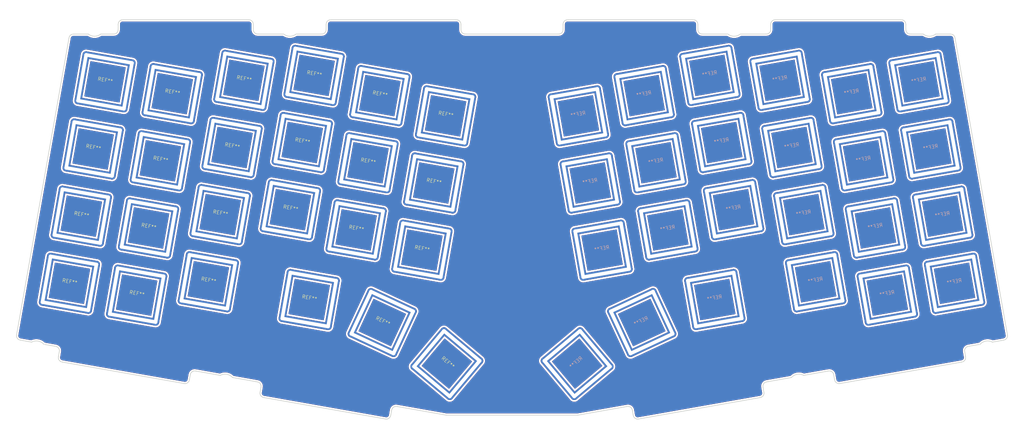
<source format=kicad_pcb>
(kicad_pcb (version 20221018) (generator pcbnew)
  (title_block (date "2023-11-27"))
  (layers (0 "F.Cu" signal) (31 "B.Cu" signal) (34 "B.Paste" user) (35 "F.Paste" user) (36 "B.SilkS" user "B.Silkscreen") (37 "F.SilkS" user "F.Silkscreen") (38 "B.Mask" user) (39 "F.Mask" user) (44 "Edge.Cuts" user))
  (net 0 "")
  (footprint "kbd:keyswitch_hole" (layer "F.Cu") (at -58.529508 30.294881 -10)
    (fp_text reference "REF**")
    (fp_text value "keyswitch_hole")
  )
  (footprint "kbd:keyswitch_hole" (layer "F.Cu") (at -18.181625 92.071352 -40)
    (fp_text reference "REF**")
    (fp_text value "keyswitch_hole")
  )
  (footprint "kbd:keyswitch_hole" (layer "F.Cu") (at -74.809097 12.916443 -10)
    (fp_text reference "REF**")
    (fp_text value "keyswitch_hole")
  )
  (footprint "kbd:keyswitch_hole" (layer "F.Cu") (at -25.14333 60.361612 -10)
    (fp_text reference "REF**")
    (fp_text value "keyswitch_hole")
  )
  (footprint "kbd:keyswitch_hole" (layer "F.Cu") (at -113.570772 13.335668 -10)
    (fp_text reference "REF**")
    (fp_text value "keyswitch_hole")
  )
  (footprint "kbd:keyswitch_hole" (layer "F.Cu") (at -21.835332 41.601024 -10)
    (fp_text reference "REF**")
    (fp_text value "keyswitch_hole")
  )
  (footprint "kbd:keyswitch_hole" (layer "F.Cu") (at -40.18242 35.947953 -10)
    (fp_text reference "REF**")
    (fp_text value "keyswitch_hole")
  )
  (footprint "kbd:keyswitch_hole" (layer "F.Cu") (at -36.874422 17.187365 -10)
    (fp_text reference "REF**")
    (fp_text value "keyswitch_hole")
  )
  (footprint "kbd:keyswitch_hole" (layer "F.Cu") (at -123.494765 69.617431 -10)
    (fp_text reference "REF**")
    (fp_text value "keyswitch_hole")
  )
  (footprint "kbd:keyswitch_hole" (layer "F.Cu") (at -116.878769 32.096255 -10)
    (fp_text reference "REF**")
    (fp_text value "keyswitch_hole")
  )
  (footprint "kbd:keyswitch_hole" (layer "F.Cu") (at -78.117095 31.677031 -10)
    (fp_text reference "REF**")
    (fp_text value "keyswitch_hole")
  )
  (footprint "kbd:keyswitch_hole" (layer "F.Cu") (at -18.527334 22.840436 -10)
    (fp_text reference "REF**")
    (fp_text value "keyswitch_hole")
  )
  (footprint "kbd:keyswitch_hole" (layer "F.Cu") (at -98.118182 35.404253 -10)
    (fp_text reference "REF**")
    (fp_text value "keyswitch_hole")
  )
  (footprint "kbd:keyswitch_hole" (layer "F.Cu") (at -61.837506 49.055469 -10)
    (fp_text reference "REF**")
    (fp_text value "keyswitch_hole")
  )
  (footprint "kbd:keyswitch_hole" (layer "F.Cu") (at -56.592209 74.160203 -10)
    (fp_text reference "REF**")
    (fp_text value "keyswitch_hole")
  )
  (footprint "kbd:keyswitch_hole" (layer "F.Cu") (at -104.734177 72.925429 -10)
    (fp_text reference "REF**")
    (fp_text value "keyswitch_hole")
  )
  (footprint "kbd:keyswitch_hole" (layer "F.Cu") (at -36.207893 80.587353 -25)
    (fp_text reference "REF**")
    (fp_text value "keyswitch_hole")
  )
  (footprint "kbd:keyswitch_hole" (layer "F.Cu") (at -43.490418 54.70854 -10)
    (fp_text reference "REF**")
    (fp_text value "keyswitch_hole")
  )
  (footprint "kbd:keyswitch_hole" (layer "F.Cu") (at -55.22151 11.534294 -10)
    (fp_text reference "REF**")
    (fp_text value "keyswitch_hole")
  )
  (footprint "kbd:keyswitch_hole" (layer "F.Cu") (at -94.810184 16.643666 -10)
    (fp_text reference "REF**")
    (fp_text value "keyswitch_hole")
  )
  (footprint "kbd:keyswitch_hole" (layer "F.Cu") (at -101.42618 54.164841 -10)
    (fp_text reference "REF**")
    (fp_text value "keyswitch_hole")
  )
  (footprint "kbd:keyswitch_hole" (layer "F.Cu") (at -84.733091 69.198206 -10)
    (fp_text reference "REF**")
    (fp_text value "keyswitch_hole")
  )
  (footprint "kbd:keyswitch_hole" (layer "F.Cu") (at -81.425093 50.437618 -10)
    (fp_text reference "REF**")
    (fp_text value "keyswitch_hole")
  )
  (footprint "kbd:keyswitch_hole" (layer "F.Cu") (at -120.186767 50.856843 -10)
    (fp_text reference "REF**")
    (fp_text value "keyswitch_hole")
  )
  (footprint "kbd:keyswitch_hole" (layer "B.Cu") (at 40.18242 35.947953 -170)
    (fp_text reference "REF**")
    (fp_text value "keyswitch_hole")
  )
  (footprint "kbd:keyswitch_hole" (layer "B.Cu") (at 74.809097 12.916443 -170)
    (fp_text reference "REF**")
    (fp_text value "keyswitch_hole")
  )
  (footprint "kbd:keyswitch_hole" (layer "B.Cu") (at 113.570772 13.335668 -170)
    (fp_text reference "REF**")
    (fp_text value "keyswitch_hole")
  )
  (footprint "kbd:keyswitch_hole" (layer "B.Cu") (at 120.186767 50.856843 -170)
    (fp_text reference "REF**")
    (fp_text value "keyswitch_hole")
  )
  (footprint "kbd:keyswitch_hole" (layer "B.Cu") (at 116.878769 32.096255 -170)
    (fp_text reference "REF**")
    (fp_text value "keyswitch_hole")
  )
  (footprint "kbd:keyswitch_hole" (layer "B.Cu") (at 18.181625 92.071352 -140)
    (fp_text reference "REF**")
    (fp_text value "keyswitch_hole")
  )
  (footprint "kbd:keyswitch_hole" (layer "B.Cu") (at 25.14333 60.361612 -170)
    (fp_text reference "REF**")
    (fp_text value "keyswitch_hole")
  )
  (footprint "kbd:keyswitch_hole" (layer "B.Cu") (at 101.42618 54.164841 -170)
    (fp_text reference "REF**")
    (fp_text value "keyswitch_hole")
  )
  (footprint "kbd:keyswitch_hole" (layer "B.Cu") (at 104.734177 72.925429 -170)
    (fp_text reference "REF**")
    (fp_text value "keyswitch_hole")
  )
  (footprint "kbd:keyswitch_hole" (layer "B.Cu") (at 18.527334 22.840436 -170)
    (fp_text reference "REF**")
    (fp_text value "keyswitch_hole")
  )
  (footprint "kbd:keyswitch_hole" (layer "B.Cu") (at 56.592209 74.160203 -170)
    (fp_text reference "REF**")
    (fp_text value "keyswitch_hole")
  )
  (footprint "kbd:keyswitch_hole" (layer "B.Cu") (at 78.117095 31.677031 -170)
    (fp_text reference "REF**")
    (fp_text value "keyswitch_hole")
  )
  (footprint "kbd:keyswitch_hole" (layer "B.Cu") (at 43.490418 54.70854 -170)
    (fp_text reference "REF**")
    (fp_text value "keyswitch_hole")
  )
  (footprint "kbd:keyswitch_hole" (layer "B.Cu") (at 36.207893 80.587353 -155)
    (fp_text reference "REF**")
    (fp_text value "keyswitch_hole")
  )
  (footprint "kbd:keyswitch_hole" (layer "B.Cu") (at 123.494765 69.617431 -170)
    (fp_text reference "REF**")
    (fp_text value "keyswitch_hole")
  )
  (footprint "kbd:keyswitch_hole" (layer "B.Cu") (at 58.529508 30.294881 -170)
    (fp_text reference "REF**")
    (fp_text value "keyswitch_hole")
  )
  (footprint "kbd:keyswitch_hole" (layer "B.Cu") (at 61.837506 49.055469 -170)
    (fp_text reference "REF**")
    (fp_text value "keyswitch_hole")
  )
  (footprint "kbd:keyswitch_hole" (layer "B.Cu") (at 55.22151 11.534294 -170)
    (fp_text reference "REF**")
    (fp_text value "keyswitch_hole")
  )
  (footprint "kbd:keyswitch_hole" (layer "B.Cu") (at 94.810184 16.643666 -170)
    (fp_text reference "REF**")
    (fp_text value "keyswitch_hole")
  )
  (footprint "kbd:keyswitch_hole" (layer "B.Cu") (at 36.874422 17.187365 -170)
    (fp_text reference "REF**")
    (fp_text value "keyswitch_hole")
  )
  (footprint "kbd:keyswitch_hole" (layer "B.Cu") (at 84.733091 69.198206 -170)
    (fp_text reference "REF**")
    (fp_text value "keyswitch_hole")
  )
  (footprint "kbd:keyswitch_hole" (layer "B.Cu") (at 98.118182 35.404253 -170)
    (fp_text reference "REF**")
    (fp_text value "keyswitch_hole")
  )
  (footprint "kbd:keyswitch_hole" (layer "B.Cu") (at 81.425093 50.437618 -170)
    (fp_text reference "REF**")
    (fp_text value "keyswitch_hole")
  )
  (footprint "kbd:keyswitch_hole" (layer "B.Cu") (at 21.835332 41.601024 -170)
    (fp_text reference "REF**")
    (fp_text value "keyswitch_hole")
  )
  (gr_curve (pts (xy 50.830636 -3.979715) (xy 50.701366 -4) (xy 50.578508 -4) (xy 50.459755 -4)) (stroke (width 0.2)) (layer "Edge.Cuts"))
  (gr_curve (pts (xy -90.453693 97.346031) (xy -90.567264 97.441481) (xy -90.713243 97.530498) (xy -90.883613 97.584035)) (stroke (width 0.2)) (layer "Edge.Cuts"))
  (gr_curve (pts (xy -88.725796 94.10454) (xy -88.880169 94.124557) (xy -89.025427 94.174556) (xy -89.165135 94.255069)) (stroke (width 0.2)) (layer "Edge.Cuts"))
  (gr_line (start 35.43949 107.500073) (end 69.131552 101.559253) (stroke (width 0.2)) (layer "Edge.Cuts"))
  (gr_curve (pts (xy -70.832697 97.218186) (xy -70.95648 97.175762) (xy -71.077471 97.154428) (xy -71.194421 97.133807)) (stroke (width 0.2)) (layer "Edge.Cuts"))
  (gr_curve (pts (xy 110.338318 -0.285579) (xy 110.224596 -0.380849) (xy 110.111583 -0.509153) (xy 110.029275 -0.667638)) (stroke (width 0.2)) (layer "Edge.Cuts"))
  (gr_curve (pts (xy -70.258819 100.682548) (xy -70.302831 100.542488) (xy -70.313662 100.41526) (xy -70.311602 100.306184)) (stroke (width 0.2)) (layer "Edge.Cuts"))
  (gr_curve (pts (xy -70.020815 101.112468) (xy -70.116265 100.998897) (xy -70.205282 100.852918) (xy -70.258819 100.682548)) (stroke (width 0.2)) (layer "Edge.Cuts"))
  (gr_line (start 109.891655 -1.4) (end 109.891655 -2.6) (stroke (width 0.2)) (layer "Edge.Cuts"))
  (gr_line (start -31.988075 104.046943) (end -18.328813 106.45544) (stroke (width 0.2)) (layer "Edge.Cuts"))
  (gr_line (start -72.197792 -1.4) (end -72.197792 -2.6) (stroke (width 0.2)) (layer "Edge.Cuts"))
  (gr_curve (pts (xy -138.214144 84.638484) (xy -138.258156 84.498424) (xy -138.268986 84.371195) (xy -138.266926 84.262119)) (stroke (width 0.2)) (layer "Edge.Cuts"))
  (gr_line (start -63.710211 0) (end -70.797792 0) (stroke (width 0.2)) (layer "Edge.Cuts"))
  (gr_curve (pts (xy 126.302839 91.188428) (xy 126.398289 91.074858) (xy 126.487306 90.928878) (xy 126.540843 90.758508)) (stroke (width 0.2)) (layer "Edge.Cuts"))
  (gr_curve (pts (xy 32.976516 104.162624) (xy 33.105137 104.236743) (xy 33.238723 104.343508) (xy 33.34729 104.485259)) (stroke (width 0.2)) (layer "Edge.Cuts"))
  (gr_line (start -18.328813 106.45544) (end 18.328813 106.45544) (stroke (width 0.2)) (layer "Edge.Cuts"))
  (gr_curve (pts (xy 33.81752 106.363703) (xy 33.846968 106.531242) (xy 33.878434 106.710263) (xy 33.972295 106.891681)) (stroke (width 0.2)) (layer "Edge.Cuts"))
  (gr_curve (pts (xy 109.606076 -3.553337) (xy 109.510805 -3.667058) (xy 109.382501 -3.780072) (xy 109.224016 -3.86238)) (stroke (width 0.2)) (layer "Edge.Cuts"))
  (gr_curve (pts (xy 126.779107 87.47247) (xy 126.895667 87.383209) (xy 127.011519 87.329517) (xy 127.114721 87.294147)) (stroke (width 0.2)) (layer "Edge.Cuts"))
  (gr_curve (pts (xy -72.644455 -3.714421) (xy -72.530734 -3.619151) (xy -72.41772 -3.490847) (xy -72.335412 -3.332362)) (stroke (width 0.2)) (layer "Edge.Cuts"))
  (gr_curve (pts (xy 90.883613 97.584035) (xy 91.023673 97.628047) (xy 91.150901 97.638877) (xy 91.259977 97.636817)) (stroke (width 0.2)) (layer "Edge.Cuts"))
  (gr_line (start -51.859755 -2.6) (end -51.859755 -1.4) (stroke (width 0.2)) (layer "Edge.Cuts"))
  (gr_curve (pts (xy -13.594229 -0.13762) (xy -13.463939 -0.069955) (xy -13.340524 -0.037197) (xy -13.232748 -0.020285)) (stroke (width 0.2)) (layer "Edge.Cuts"))
  (gr_arc (start -81.388461 95.336322) (mid -79.578551 95.046238) (end -77.976988 95.937857) (stroke (width 0.2)) (layer "Edge.Cuts"))
  (gr_curve (pts (xy -70.497083 97.396509) (xy -70.613643 97.307248) (xy -70.729494 97.253556) (xy -70.832697 97.218186)) (stroke (width 0.2)) (layer "Edge.Cuts"))
  (gr_line (start 12.861867 0) (end -12.861867 0) (stroke (width 0.2)) (layer "Edge.Cuts"))
  (gr_line (start -111.291655 0) (end -114.765747 0) (stroke (width 0.2)) (layer "Edge.Cuts"))
  (gr_line (start 122.255099 0) (end 118.229848 0) (stroke (width 0.2)) (layer "Edge.Cuts"))
  (gr_curve (pts (xy -51.997375 -0.667638) (xy -51.92971 -0.797928) (xy -51.896951 -0.921343) (xy -51.880039 -1.029119)) (stroke (width 0.2)) (layer "Edge.Cuts"))
  (gr_curve (pts (xy 51.798709 -3.146811) (xy 51.752189 -3.295363) (xy 51.677726 -3.429733) (xy 51.574176 -3.553337)) (stroke (width 0.2)) (layer "Edge.Cuts"))
  (gr_curve (pts (xy 88.176691 94.139374) (xy 88.344211 94.109836) (xy 88.523219 94.078272) (xy 88.725796 94.10454)) (stroke (width 0.2)) (layer "Edge.Cuts"))
  (gr_curve (pts (xy -109.911939 -1.029119) (xy -109.891655 -1.158389) (xy -109.891655 -1.281246) (xy -109.891655 -1.4)) (stroke (width 0.2)) (layer "Edge.Cuts"))
  (gr_curve (pts (xy 14.261867 -1.4) (xy 14.261867 -1.229896) (xy 14.261867 -1.048126) (xy 14.200822 -0.853189)) (stroke (width 0.2)) (layer "Edge.Cuts"))
  (gr_line (start 138.2225 83.893351) (end 123.63383 1.156893) (stroke (width 0.2)) (layer "Edge.Cuts"))
  (gr_line (start -126.340822 88.831606) (end -126.549199 90.013376) (stroke (width 0.2)) (layer "Edge.Cuts"))
  (gr_curve (pts (xy -14.399487 -3.332362) (xy -14.331823 -3.202072) (xy -14.299064 -3.078657) (xy -14.282152 -2.970881)) (stroke (width 0.2)) (layer "Edge.Cuts"))
  (gr_curve (pts (xy 51.880039 -1.029119) (xy 51.859755 -1.158389) (xy 51.859755 -1.281246) (xy 51.859755 -1.4)) (stroke (width 0.2)) (layer "Edge.Cuts"))
  (gr_line (start -90.006907 96.456768) (end -89.798529 95.274998) (stroke (width 0.2)) (layer "Edge.Cuts"))
  (gr_curve (pts (xy -33.34729 104.485259) (xy -33.436674 104.601964) (xy -33.490393 104.717945) (xy -33.525752 104.821219)) (stroke (width 0.2)) (layer "Edge.Cuts"))
  (gr_curve (pts (xy 15.115056 -3.938954) (xy 14.966504 -3.892435) (xy 14.832134 -3.817971) (xy 14.70853 -3.714421)) (stroke (width 0.2)) (layer "Edge.Cuts"))
  (gr_curve (pts (xy -14.282152 -2.970881) (xy -14.261867 -2.841611) (xy -14.261867 -2.718754) (xy -14.261867 -2.6)) (stroke (width 0.2)) (layer "Edge.Cuts"))
  (gr_curve (pts (xy 51.997375 -0.667638) (xy 51.92971 -0.797928) (xy 51.896951 -0.921343) (xy 51.880039 -1.029119)) (stroke (width 0.2)) (layer "Edge.Cuts"))
  (gr_curve (pts (xy -126.340822 88.831606) (xy -126.311283 88.664086) (xy -126.279719 88.485078) (xy -126.305987 88.282501)) (stroke (width 0.2)) (layer "Edge.Cuts"))
  (gr_curve (pts (xy 126.540843 90.758508) (xy 126.584855 90.618449) (xy 126.595686 90.49122) (xy 126.593626 90.382144)) (stroke (width 0.2)) (layer "Edge.Cuts"))
  (gr_curve (pts (xy -71.912213 -0.446663) (xy -71.816943 -0.332942) (xy -71.688639 -0.219928) (xy -71.530154 -0.13762)) (stroke (width 0.2)) (layer "Edge.Cuts"))
  (gr_curve (pts (xy -13.232748 -0.020285) (xy -13.103478 0) (xy -12.980621 0) (xy -12.861867 0)) (stroke (width 0.2)) (layer "Edge.Cuts"))
  (gr_curve (pts (xy 34.693671 107.491509) (xy 34.833884 107.535663) (xy 34.961238 107.546543) (xy 35.070378 107.544508)) (stroke (width 0.2)) (layer "Edge.Cuts"))
  (gr_curve (pts (xy -14.70853 -3.714421) (xy -14.594809 -3.619151) (xy -14.481795 -3.490847) (xy -14.399487 -3.332362)) (stroke (width 0.2)) (layer "Edge.Cuts"))
  (gr_curve (pts (xy 71.912213 -0.446663) (xy 71.816943 -0.332942) (xy 71.688639 -0.219928) (xy 71.530154 -0.13762)) (stroke (width 0.2)) (layer "Edge.Cuts"))
  (gr_curve (pts (xy -89.71415 94.913274) (xy -89.756574 95.037057) (xy -89.777908 95.158048) (xy -89.798529 95.274998)) (stroke (width 0.2)) (layer "Edge.Cuts"))
  (gr_arc (start -114.765747 0) (mid -116.497797 0.6) (end -118.229848 0) (stroke (width 0.2)) (layer "Edge.Cuts"))
  (gr_curve (pts (xy 123.184284 0.273102) (xy 123.084252 0.190916) (xy 122.951666 0.108086) (xy 122.780983 0.056743)) (stroke (width 0.2)) (layer "Edge.Cuts"))
  (gr_curve (pts (xy 70.023963 98.20654) (xy 70.04398 98.052167) (xy 70.093979 97.906909) (xy 70.174492 97.767201)) (stroke (width 0.2)) (layer "Edge.Cuts"))
  (gr_curve (pts (xy -111.291655 0) (xy -111.121551 0) (xy -110.939781 0) (xy -110.744843 -0.061046)) (stroke (width 0.2)) (layer "Edge.Cuts"))
  (gr_curve (pts (xy -126.456517 87.843162) (xy -126.530592 87.714625) (xy -126.637322 87.581048) (xy -126.779107 87.47247)) (stroke (width 0.2)) (layer "Edge.Cuts"))
  (gr_curve (pts (xy 33.525752 104.821219) (xy 33.568181 104.945136) (xy 33.589468 105.066248) (xy 33.610045 105.183314)) (stroke (width 0.2)) (layer "Edge.Cuts"))
  (gr_curve (pts (xy -32.537167 104.012102) (xy -32.691517 104.032112) (xy -32.836778 104.082098) (xy -32.976516 104.162624)) (stroke (width 0.2)) (layer "Edge.Cuts"))
  (gr_line (start 126.549199 90.013376) (end 126.340822 88.831606) (stroke (width 0.2)) (layer "Edge.Cuts"))
  (gr_curve (pts (xy -125.94148 91.480143) (xy -126.079697 91.408534) (xy -126.199094 91.311869) (xy -126.302839 91.188428)) (stroke (width 0.2)) (layer "Edge.Cuts"))
  (gr_curve (pts (xy -126.305987 88.282501) (xy -126.326004 88.128128) (xy -126.376004 87.982869) (xy -126.456517 87.843162)) (stroke (width 0.2)) (layer "Edge.Cuts"))
  (gr_curve (pts (xy 138.266926 84.262119) (xy 138.264455 84.131291) (xy 138.243121 84.0103) (xy 138.2225 83.893351)) (stroke (width 0.2)) (layer "Edge.Cuts"))
  (gr_curve (pts (xy 70.020815 101.112468) (xy 70.116265 100.998897) (xy 70.205282 100.852918) (xy 70.258819 100.682548)) (stroke (width 0.2)) (layer "Edge.Cuts"))
  (gr_curve (pts (xy -89.535827 94.57766) (xy -89.625088 94.69422) (xy -89.67878 94.810071) (xy -89.71415 94.913274)) (stroke (width 0.2)) (layer "Edge.Cuts"))
  (gr_curve (pts (xy -70.311602 100.306184) (xy -70.309131 100.175356) (xy -70.287797 100.054365) (xy -70.267175 99.937415)) (stroke (width 0.2)) (layer "Edge.Cuts"))
  (gr_line (start 114.765747 0) (end 111.291655 0) (stroke (width 0.2)) (layer "Edge.Cuts"))
  (gr_curve (pts (xy -122.780983 0.056743) (xy -122.592346 0) (xy -122.417317 0) (xy -122.255099 0)) (stroke (width 0.2)) (layer "Edge.Cuts"))
  (gr_curve (pts (xy -109.224016 -3.86238) (xy -109.093727 -3.930045) (xy -108.970312 -3.962803) (xy -108.862536 -3.979715)) (stroke (width 0.2)) (layer "Edge.Cuts"))
  (gr_curve (pts (xy 89.165135 94.255069) (xy 89.293672 94.329145) (xy 89.427249 94.435875) (xy 89.535827 94.57766)) (stroke (width 0.2)) (layer "Edge.Cuts"))
  (gr_curve (pts (xy -72.197792 -1.4) (xy -72.197792 -1.229896) (xy -72.197792 -1.048126) (xy -72.136746 -0.853189)) (stroke (width 0.2)) (layer "Edge.Cuts"))
  (gr_curve (pts (xy -51.574176 -3.553337) (xy -51.478905 -3.667058) (xy -51.350601 -3.780072) (xy -51.192116 -3.86238)) (stroke (width 0.2)) (layer "Edge.Cuts"))
  (gr_line (start -88.176691 94.139374) (end -81.388461 95.336322) (stroke (width 0.2)) (layer "Edge.Cuts"))
  (gr_curve (pts (xy -125.413576 91.635214) (xy -125.581095 91.605676) (xy -125.760104 91.574112) (xy -125.94148 91.480143)) (stroke (width 0.2)) (layer "Edge.Cuts"))
  (gr_curve (pts (xy -126.540843 90.758508) (xy -126.584855 90.618449) (xy -126.595686 90.49122) (xy -126.593626 90.382144)) (stroke (width 0.2)) (layer "Edge.Cuts"))
  (gr_curve (pts (xy 91.259977 97.636817) (xy 91.390805 97.634346) (xy 91.511796 97.613012) (xy 91.628746 97.592391)) (stroke (width 0.2)) (layer "Edge.Cuts"))
  (gr_curve (pts (xy -34.263809 107.25321) (xy -34.377397 107.348786) (xy -34.523364 107.437879) (xy -34.693671 107.491509)) (stroke (width 0.2)) (layer "Edge.Cuts"))
  (gr_curve (pts (xy 15.661867 -4) (xy 15.491763 -4) (xy 15.309994 -4) (xy 15.115056 -3.938954)) (stroke (width 0.2)) (layer "Edge.Cuts"))
  (gr_line (start 127.476445 87.209767) (end 130.642603 86.651488) (stroke (width 0.2)) (layer "Edge.Cuts"))
  (gr_curve (pts (xy 14.282152 -2.970881) (xy 14.261867 -2.841611) (xy 14.261867 -2.718754) (xy 14.261867 -2.6)) (stroke (width 0.2)) (layer "Edge.Cuts"))
  (gr_curve (pts (xy 123.63383 1.156893) (xy 123.604542 0.990791) (xy 123.572711 0.810267) (xy 123.47516 0.626688)) (stroke (width 0.2)) (layer "Edge.Cuts"))
  (gr_curve (pts (xy -33.525752 104.821219) (xy -33.568181 104.945136) (xy -33.589468 105.066248) (xy -33.610045 105.183314)) (stroke (width 0.2)) (layer "Edge.Cuts"))
  (gr_curve (pts (xy 70.174492 97.767201) (xy 70.248568 97.638664) (xy 70.355298 97.505087) (xy 70.497083 97.396509)) (stroke (width 0.2)) (layer "Edge.Cuts"))
  (gr_line (start -73.597792 -4) (end -108.491655 -4) (stroke (width 0.2)) (layer "Edge.Cuts"))
  (gr_curve (pts (xy 35.070378 107.544508) (xy 35.201335 107.542066) (xy 35.322436 107.520713) (xy 35.43949 107.500073)) (stroke (width 0.2)) (layer "Edge.Cuts"))
  (gr_curve (pts (xy -72.136746 -0.853189) (xy -72.090227 -0.704637) (xy -72.015763 -0.570267) (xy -71.912213 -0.446663)) (stroke (width 0.2)) (layer "Edge.Cuts"))
  (gr_curve (pts (xy -33.81752 106.363703) (xy -33.846968 106.531242) (xy -33.878434 106.710263) (xy -33.972295 106.891681)) (stroke (width 0.2)) (layer "Edge.Cuts"))
  (gr_line (start -15.661867 -4) (end -50.459755 -4) (stroke (width 0.2)) (layer "Edge.Cuts"))
  (gr_curve (pts (xy 122.780983 0.056743) (xy 122.592346 0) (xy 122.417317 0) (xy 122.255099 0)) (stroke (width 0.2)) (layer "Edge.Cuts"))
  (gr_curve (pts (xy 126.340822 88.831606) (xy 126.311283 88.664086) (xy 126.279719 88.485078) (xy 126.305987 88.282501)) (stroke (width 0.2)) (layer "Edge.Cuts"))
  (gr_arc (start 63.710211 0) (mid 61.97816 0.6) (end 60.246109 0) (stroke (width 0.2)) (layer "Edge.Cuts"))
  (gr_curve (pts (xy 14.70853 -3.714421) (xy 14.594809 -3.619151) (xy 14.481795 -3.490847) (xy 14.399487 -3.332362)) (stroke (width 0.2)) (layer "Edge.Cuts"))
  (gr_curve (pts (xy 32.537167 104.012102) (xy 32.691517 104.032112) (xy 32.836778 104.082098) (xy 32.976516 104.162624)) (stroke (width 0.2)) (layer "Edge.Cuts"))
  (gr_curve (pts (xy 72.136746 -0.853189) (xy 72.090227 -0.704637) (xy 72.015763 -0.570267) (xy 71.912213 -0.446663)) (stroke (width 0.2)) (layer "Edge.Cuts"))
  (gr_curve (pts (xy -110.744843 -0.061046) (xy -110.596291 -0.107565) (xy -110.461922 -0.182029) (xy -110.338318 -0.285579)) (stroke (width 0.2)) (layer "Edge.Cuts"))
  (gr_arc (start 118.229848 0) (mid 116.497797 0.6) (end 114.765747 0) (stroke (width 0.2)) (layer "Edge.Cuts"))
  (gr_curve (pts (xy 70.832697 97.218186) (xy 70.95648 97.175762) (xy 71.077471 97.154428) (xy 71.194421 97.133807)) (stroke (width 0.2)) (layer "Edge.Cuts"))
  (gr_curve (pts (xy -123.184284 0.273102) (xy -123.084252 0.190916) (xy -122.951666 0.108086) (xy -122.780983 0.056743)) (stroke (width 0.2)) (layer "Edge.Cuts"))
  (gr_line (start 51.859755 -1.4) (end 51.859755 -2.6) (stroke (width 0.2)) (layer "Edge.Cuts"))
  (gr_curve (pts (xy -123.47516 0.626688) (xy -123.390432 0.467239) (xy -123.281786 0.353208) (xy -123.184284 0.273102)) (stroke (width 0.2)) (layer "Edge.Cuts"))
  (gr_curve (pts (xy 53.259755 0) (xy 53.089651 0) (xy 52.907881 0) (xy 52.712943 -0.061046)) (stroke (width 0.2)) (layer "Edge.Cuts"))
  (gr_line (start -125.413576 91.635214) (end -91.628746 97.592391) (stroke (width 0.2)) (layer "Edge.Cuts"))
  (gr_curve (pts (xy -126.593626 90.382144) (xy -126.591155 90.251316) (xy -126.569821 90.130325) (xy -126.549199 90.013376)) (stroke (width 0.2)) (layer "Edge.Cuts"))
  (gr_curve (pts (xy -51.859755 -2.6) (xy -51.859755 -2.770104) (xy -51.859755 -2.951874) (xy -51.798709 -3.146811)) (stroke (width 0.2)) (layer "Edge.Cuts"))
  (gr_curve (pts (xy -69.131552 101.559253) (xy -69.299071 101.529715) (xy -69.47808 101.498151) (xy -69.659456 101.404182)) (stroke (width 0.2)) (layer "Edge.Cuts"))
  (gr_curve (pts (xy 123.47516 0.626688) (xy 123.390432 0.467239) (xy 123.281786 0.353208) (xy 123.184284 0.273102)) (stroke (width 0.2)) (layer "Edge.Cuts"))
  (gr_line (start 14.261867 -2.6) (end 14.261867 -1.4) (stroke (width 0.2)) (layer "Edge.Cuts"))
  (gr_curve (pts (xy -127.114721 87.294147) (xy -127.238504 87.251723) (xy -127.359495 87.230389) (xy -127.476445 87.209767)) (stroke (width 0.2)) (layer "Edge.Cuts"))
  (gr_curve (pts (xy 33.34729 104.485259) (xy 33.436674 104.601964) (xy 33.490393 104.717945) (xy 33.525752 104.821219)) (stroke (width 0.2)) (layer "Edge.Cuts"))
  (gr_curve (pts (xy 34.263809 107.25321) (xy 34.377397 107.348786) (xy 34.523364 107.437879) (xy 34.693671 107.491509)) (stroke (width 0.2)) (layer "Edge.Cuts"))
  (gr_line (start -53.259755 0) (end -60.246109 0) (stroke (width 0.2)) (layer "Edge.Cuts"))
  (gr_curve (pts (xy 14.399487 -3.332362) (xy 14.331823 -3.202072) (xy 14.299064 -3.078657) (xy 14.282152 -2.970881)) (stroke (width 0.2)) (layer "Edge.Cuts"))
  (gr_curve (pts (xy -108.862536 -3.979715) (xy -108.733266 -4) (xy -108.610408 -4) (xy -108.491655 -4)) (stroke (width 0.2)) (layer "Edge.Cuts"))
  (gr_curve (pts (xy -88.176691 94.139374) (xy -88.344211 94.109836) (xy -88.523219 94.078272) (xy -88.725796 94.10454)) (stroke (width 0.2)) (layer "Edge.Cuts"))
  (gr_curve (pts (xy 111.291655 0) (xy 111.121551 0) (xy 110.939781 0) (xy 110.744843 -0.061046)) (stroke (width 0.2)) (layer "Edge.Cuts"))
  (gr_curve (pts (xy 51.574176 -3.553337) (xy 51.478905 -3.667058) (xy 51.350601 -3.780072) (xy 51.192116 -3.86238)) (stroke (width 0.2)) (layer "Edge.Cuts"))
  (gr_curve (pts (xy 108.862536 -3.979715) (xy 108.733266 -4) (xy 108.610408 -4) (xy 108.491655 -4)) (stroke (width 0.2)) (layer "Edge.Cuts"))
  (gr_line (start -130.642603 86.651488) (end -127.476445 87.209767) (stroke (width 0.2)) (layer "Edge.Cuts"))
  (gr_curve (pts (xy -138.266926 84.262119) (xy -138.264455 84.131291) (xy -138.243121 84.0103) (xy -138.2225 83.893351)) (stroke (width 0.2)) (layer "Edge.Cuts"))
  (gr_line (start 60.246109 0) (end 53.259755 0) (stroke (width 0.2)) (layer "Edge.Cuts"))
  (gr_line (start 18.328813 106.45544) (end 31.988075 104.046943) (stroke (width 0.2)) (layer "Edge.Cuts"))
  (gr_curve (pts (xy -137.97614 85.068403) (xy -138.07159 84.954833) (xy -138.160607 84.808853) (xy -138.214144 84.638484)) (stroke (width 0.2)) (layer "Edge.Cuts"))
  (gr_curve (pts (xy -109.606076 -3.553337) (xy -109.510805 -3.667058) (xy -109.382501 -3.780072) (xy -109.224016 -3.86238)) (stroke (width 0.2)) (layer "Edge.Cuts"))
  (gr_curve (pts (xy -51.880039 -1.029119) (xy -51.859755 -1.158389) (xy -51.859755 -1.281246) (xy -51.859755 -1.4)) (stroke (width 0.2)) (layer "Edge.Cuts"))
  (gr_curve (pts (xy 126.593626 90.382144) (xy 126.591155 90.251316) (xy 126.569821 90.130325) (xy 126.549199 90.013376)) (stroke (width 0.2)) (layer "Edge.Cuts"))
  (gr_curve (pts (xy 73.050981 -3.938954) (xy 72.902429 -3.892435) (xy 72.768059 -3.817971) (xy 72.644455 -3.714421)) (stroke (width 0.2)) (layer "Edge.Cuts"))
  (gr_curve (pts (xy -53.259755 0) (xy -53.089651 0) (xy -52.907881 0) (xy -52.712943 -0.061046)) (stroke (width 0.2)) (layer "Edge.Cuts"))
  (gr_curve (pts (xy 13.594229 -0.13762) (xy 13.463939 -0.069955) (xy 13.340524 -0.037197) (xy 13.232748 -0.020285)) (stroke (width 0.2)) (layer "Edge.Cuts"))
  (gr_curve (pts (xy 90.006907 96.456768) (xy 90.036446 96.624287) (xy 90.06801 96.803295) (xy 90.161978 96.984671)) (stroke (width 0.2)) (layer "Edge.Cuts"))
  (gr_curve (pts (xy -15.115056 -3.938954) (xy -14.966504 -3.892435) (xy -14.832134 -3.817971) (xy -14.70853 -3.714421)) (stroke (width 0.2)) (layer "Edge.Cuts"))
  (gr_arc (start 130.642603 86.651488) (mid 132.244151 85.759837) (end 134.054076 86.049954) (stroke (width 0.2)) (layer "Edge.Cuts"))
  (gr_line (start -14.261867 -1.4) (end -14.261867 -2.6) (stroke (width 0.2)) (layer "Edge.Cuts"))
  (gr_curve (pts (xy 13.232748 -0.020285) (xy 13.103478 0) (xy 12.980621 0) (xy 12.861867 0)) (stroke (width 0.2)) (layer "Edge.Cuts"))
  (gr_curve (pts (xy -126.302839 91.188428) (xy -126.398289 91.074858) (xy -126.487306 90.928878) (xy -126.540843 90.758508)) (stroke (width 0.2)) (layer "Edge.Cuts"))
  (gr_line (start -118.229848 0) (end -122.255099 0) (stroke (width 0.2)) (layer "Edge.Cuts"))
  (gr_curve (pts (xy 70.311602 100.306184) (xy 70.309131 100.175356) (xy 70.287797 100.054365) (xy 70.267175 99.937415)) (stroke (width 0.2)) (layer "Edge.Cuts"))
  (gr_curve (pts (xy -71.530154 -0.13762) (xy -71.399864 -0.069955) (xy -71.276449 -0.037197) (xy -71.168673 -0.020285)) (stroke (width 0.2)) (layer "Edge.Cuts"))
  (gr_curve (pts (xy 89.535827 94.57766) (xy 89.625088 94.69422) (xy 89.67878 94.810071) (xy 89.71415 94.913274)) (stroke (width 0.2)) (layer "Edge.Cuts"))
  (gr_curve (pts (xy 52.306418 -0.285579) (xy 52.192696 -0.380849) (xy 52.079683 -0.509153) (xy 51.997375 -0.667638)) (stroke (width 0.2)) (layer "Edge.Cuts"))
  (gr_line (start 70.797792 0) (end 63.710211 0) (stroke (width 0.2)) (layer "Edge.Cuts"))
  (gr_curve (pts (xy -35.070378 107.544508) (xy -35.201335 107.542066) (xy -35.322436 107.520713) (xy -35.43949 107.500073)) (stroke (width 0.2)) (layer "Edge.Cuts"))
  (gr_curve (pts (xy -34.693671 107.491509) (xy -34.833884 107.535663) (xy -34.961238 107.546543) (xy -35.070378 107.544508)) (stroke (width 0.2)) (layer "Edge.Cuts"))
  (gr_line (start 70.267175 99.937415) (end 70.058797 98.755645) (stroke (width 0.2)) (layer "Edge.Cuts"))
  (gr_curve (pts (xy -89.165135 94.255069) (xy -89.293672 94.329145) (xy -89.427249 94.435875) (xy -89.535827 94.57766)) (stroke (width 0.2)) (layer "Edge.Cuts"))
  (gr_line (start -69.131552 101.559253) (end -35.43949 107.500073) (stroke (width 0.2)) (layer "Edge.Cuts"))
  (gr_curve (pts (xy -13.976288 -0.446663) (xy -13.881018 -0.332942) (xy -13.752714 -0.219928) (xy -13.594229 -0.13762)) (stroke (width 0.2)) (layer "Edge.Cuts"))
  (gr_curve (pts (xy -51.798709 -3.146811) (xy -51.752189 -3.295363) (xy -51.677726 -3.429733) (xy -51.574176 -3.553337)) (stroke (width 0.2)) (layer "Edge.Cuts"))
  (gr_curve (pts (xy 14.200822 -0.853189) (xy 14.154302 -0.704637) (xy 14.079838 -0.570267) (xy 13.976288 -0.446663)) (stroke (width 0.2)) (layer "Edge.Cuts"))
  (gr_curve (pts (xy -109.891655 -2.6) (xy -109.891655 -2.770104) (xy -109.891655 -2.951874) (xy -109.830609 -3.146811)) (stroke (width 0.2)) (layer "Edge.Cuts"))
  (gr_curve (pts (xy -137.086877 85.515189) (xy -137.254396 85.485651) (xy -137.433404 85.454087) (xy -137.61478 85.360118)) (stroke (width 0.2)) (layer "Edge.Cuts"))
  (gr_curve (pts (xy -51.192116 -3.86238) (xy -51.061827 -3.930045) (xy -50.938412 -3.962803) (xy -50.830636 -3.979715)) (stroke (width 0.2)) (layer "Edge.Cuts"))
  (gr_curve (pts (xy -70.023963 98.20654) (xy -70.04398 98.052167) (xy -70.093979 97.906909) (xy -70.174492 97.767201)) (stroke (width 0.2)) (layer "Edge.Cuts"))
  (gr_curve (pts (xy 71.530154 -0.13762) (xy 71.399864 -0.069955) (xy 71.276449 -0.037197) (xy 71.168673 -0.020285)) (stroke (width 0.2)) (layer "Edge.Cuts"))
  (gr_curve (pts (xy 137.61478 85.360118) (xy 137.752997 85.288509) (xy 137.872395 85.191844) (xy 137.97614 85.068403)) (stroke (width 0.2)) (layer "Edge.Cuts"))
  (gr_curve (pts (xy 110.029275 -0.667638) (xy 109.96161 -0.797928) (xy 109.928851 -0.921343) (xy 109.911939 -1.029119)) (stroke (width 0.2)) (layer "Edge.Cuts"))
  (gr_curve (pts (xy 126.305987 88.282501) (xy 126.326004 88.128128) (xy 126.376004 87.982869) (xy 126.456517 87.843162)) (stroke (width 0.2)) (layer "Edge.Cuts"))
  (gr_curve (pts (xy 137.97614 85.068403) (xy 138.07159 84.954833) (xy 138.160607 84.808853) (xy 138.214144 84.638484)) (stroke (width 0.2)) (layer "Edge.Cuts"))
  (gr_line (start 134.054076 86.049954) (end 137.086877 85.515189) (stroke (width 0.2)) (layer "Edge.Cuts"))
  (gr_curve (pts (xy 88.725796 94.10454) (xy 88.880169 94.124557) (xy 89.025427 94.174556) (xy 89.165135 94.255069)) (stroke (width 0.2)) (layer "Edge.Cuts"))
  (gr_line (start -123.63383 1.156893) (end -138.2225 83.893351) (stroke (width 0.2)) (layer "Edge.Cuts"))
  (gr_curve (pts (xy 71.168673 -0.020285) (xy 71.039403 0) (xy 70.916546 0) (xy 70.797792 0)) (stroke (width 0.2)) (layer "Edge.Cuts"))
  (gr_curve (pts (xy -90.006907 96.456768) (xy -90.036446 96.624287) (xy -90.06801 96.803295) (xy -90.161978 96.984671)) (stroke (width 0.2)) (layer "Edge.Cuts"))
  (gr_curve (pts (xy 125.413576 91.635214) (xy 125.581095 91.605676) (xy 125.760104 91.574112) (xy 125.94148 91.480143)) (stroke (width 0.2)) (layer "Edge.Cuts"))
  (gr_line (start -77.976988 95.937857) (end -71.194421 97.133807) (stroke (width 0.2)) (layer "Edge.Cuts"))
  (gr_curve (pts (xy 52.712943 -0.061046) (xy 52.564391 -0.107565) (xy 52.430022 -0.182029) (xy 52.306418 -0.285579)) (stroke (width 0.2)) (layer "Edge.Cuts"))
  (gr_curve (pts (xy -110.338318 -0.285579) (xy -110.224596 -0.380849) (xy -110.111583 -0.509153) (xy -110.029275 -0.667638)) (stroke (width 0.2)) (layer "Edge.Cuts"))
  (gr_curve (pts (xy -52.712943 -0.061046) (xy -52.564391 -0.107565) (xy -52.430022 -0.182029) (xy -52.306418 -0.285579)) (stroke (width 0.2)) (layer "Edge.Cuts"))
  (gr_curve (pts (xy 51.192116 -3.86238) (xy 51.061827 -3.930045) (xy 50.938412 -3.962803) (xy 50.830636 -3.979715)) (stroke (width 0.2)) (layer "Edge.Cuts"))
  (gr_curve (pts (xy -69.659456 101.404182) (xy -69.797673 101.332574) (xy -69.91707 101.235908) (xy -70.020815 101.112468)) (stroke (width 0.2)) (layer "Edge.Cuts"))
  (gr_curve (pts (xy -123.63383 1.156893) (xy -123.604542 0.990791) (xy -123.572711 0.810267) (xy -123.47516 0.626688)) (stroke (width 0.2)) (layer "Edge.Cuts"))
  (gr_curve (pts (xy -137.61478 85.360118) (xy -137.752997 85.288509) (xy -137.872395 85.191844) (xy -137.97614 85.068403)) (stroke (width 0.2)) (layer "Edge.Cuts"))
  (gr_curve (pts (xy 109.891655 -2.6) (xy 109.891655 -2.770104) (xy 109.891655 -2.951874) (xy 109.830609 -3.146811)) (stroke (width 0.2)) (layer "Edge.Cuts"))
  (gr_curve (pts (xy 90.453693 97.346031) (xy 90.567264 97.441481) (xy 90.713243 97.530498) (xy 90.883613 97.584035)) (stroke (width 0.2)) (layer "Edge.Cuts"))
  (gr_curve (pts (xy -91.259977 97.636817) (xy -91.390805 97.634346) (xy -91.511796 97.613012) (xy -91.628746 97.592391)) (stroke (width 0.2)) (layer "Edge.Cuts"))
  (gr_line (start 108.491655 -4) (end 73.597792 -4) (stroke (width 0.2)) (layer "Edge.Cuts"))
  (gr_curve (pts (xy -14.261867 -1.4) (xy -14.261867 -1.229896) (xy -14.261867 -1.048126) (xy -14.200822 -0.853189)) (stroke (width 0.2)) (layer "Edge.Cuts"))
  (gr_curve (pts (xy -73.597792 -4) (xy -73.427688 -4) (xy -73.245918 -4) (xy -73.050981 -3.938954)) (stroke (width 0.2)) (layer "Edge.Cuts"))
  (gr_curve (pts (xy 72.218077 -2.970881) (xy 72.197792 -2.841611) (xy 72.197792 -2.718754) (xy 72.197792 -2.6)) (stroke (width 0.2)) (layer "Edge.Cuts"))
  (gr_curve (pts (xy -32.976516 104.162624) (xy -33.105137 104.236743) (xy -33.238723 104.343508) (xy -33.34729 104.485259)) (stroke (width 0.2)) (layer "Edge.Cuts"))
  (gr_curve (pts (xy -14.200822 -0.853189) (xy -14.154302 -0.704637) (xy -14.079838 -0.570267) (xy -13.976288 -0.446663)) (stroke (width 0.2)) (layer "Edge.Cuts"))
  (gr_curve (pts (xy -31.988075 104.046943) (xy -32.155598 104.017404) (xy -32.334602 103.985841) (xy -32.537167 104.012102)) (stroke (width 0.2)) (layer "Edge.Cuts"))
  (gr_curve (pts (xy 137.086877 85.515189) (xy 137.254396 85.485651) (xy 137.433404 85.454087) (xy 137.61478 85.360118)) (stroke (width 0.2)) (layer "Edge.Cuts"))
  (gr_curve (pts (xy 69.131552 101.559253) (xy 69.299071 101.529715) (xy 69.47808 101.498151) (xy 69.659456 101.404182)) (stroke (width 0.2)) (layer "Edge.Cuts"))
  (gr_curve (pts (xy 70.058797 98.755645) (xy 70.029259 98.588126) (xy 69.997695 98.409117) (xy 70.023963 98.20654)) (stroke (width 0.2)) (layer "Edge.Cuts"))
  (gr_curve (pts (xy -72.218077 -2.970881) (xy -72.197792 -2.841611) (xy -72.197792 -2.718754) (xy -72.197792 -2.6)) (stroke (width 0.2)) (layer "Edge.Cuts"))
  (gr_curve (pts (xy 72.335412 -3.332362) (xy 72.267748 -3.202072) (xy 72.234989 -3.078657) (xy 72.218077 -2.970881)) (stroke (width 0.2)) (layer "Edge.Cuts"))
  (gr_curve (pts (xy 70.258819 100.682548) (xy 70.302831 100.542488) (xy 70.313662 100.41526) (xy 70.311602 100.306184)) (stroke (width 0.2)) (layer "Edge.Cuts"))
  (gr_line (start 50.459755 -4) (end 15.661867 -4) (stroke (width 0.2)) (layer "Edge.Cuts"))
  (gr_curve (pts (xy -73.050981 -3.938954) (xy -72.902429 -3.892435) (xy -72.768059 -3.817971) (xy -72.644455 -3.714421)) (stroke (width 0.2)) (layer "Edge.Cuts"))
  (gr_curve (pts (xy 126.456517 87.843162) (xy 126.530592 87.714625) (xy 126.637322 87.581048) (xy 126.779107 87.47247)) (stroke (width 0.2)) (layer "Edge.Cuts"))
  (gr_line (start 89.798529 95.274998) (end 90.006907 96.456768) (stroke (width 0.2)) (layer "Edge.Cuts"))
  (gr_curve (pts (xy -110.029275 -0.667638) (xy -109.96161 -0.797928) (xy -109.928851 -0.921343) (xy -109.911939 -1.029119)) (stroke (width 0.2)) (layer "Edge.Cuts"))
  (gr_curve (pts (xy 33.972295 106.891681) (xy 34.043814 107.029917) (xy 34.140403 107.149374) (xy 34.263809 107.25321)) (stroke (width 0.2)) (layer "Edge.Cuts"))
  (gr_curve (pts (xy 72.197792 -1.4) (xy 72.197792 -1.229896) (xy 72.197792 -1.048126) (xy 72.136746 -0.853189)) (stroke (width 0.2)) (layer "Edge.Cuts"))
  (gr_line (start -137.086877 85.515189) (end -134.054076 86.049954) (stroke (width 0.2)) (layer "Edge.Cuts"))
  (gr_curve (pts (xy -15.661867 -4) (xy -15.491763 -4) (xy -15.309994 -4) (xy -15.115056 -3.938954)) (stroke (width 0.2)) (layer "Edge.Cuts"))
  (gr_curve (pts (xy 70.497083 97.396509) (xy 70.613643 97.307248) (xy 70.729494 97.253556) (xy 70.832697 97.218186)) (stroke (width 0.2)) (layer "Edge.Cuts"))
  (gr_curve (pts (xy 138.214144 84.638484) (xy 138.258156 84.498424) (xy 138.268986 84.371195) (xy 138.266926 84.262119)) (stroke (width 0.2)) (layer "Edge.Cuts"))
  (gr_curve (pts (xy 109.911939 -1.029119) (xy 109.891655 -1.158389) (xy 109.891655 -1.281246) (xy 109.891655 -1.4)) (stroke (width 0.2)) (layer "Edge.Cuts"))
  (gr_curve (pts (xy 73.597792 -4) (xy 73.427688 -4) (xy 73.245918 -4) (xy 73.050981 -3.938954)) (stroke (width 0.2)) (layer "Edge.Cuts"))
  (gr_curve (pts (xy -52.306418 -0.285579) (xy -52.192696 -0.380849) (xy -52.079683 -0.509153) (xy -51.997375 -0.667638)) (stroke (width 0.2)) (layer "Edge.Cuts"))
  (gr_curve (pts (xy 109.830609 -3.146811) (xy 109.784089 -3.295363) (xy 109.709626 -3.429733) (xy 109.606076 -3.553337)) (stroke (width 0.2)) (layer "Edge.Cuts"))
  (gr_line (start 71.194421 97.133807) (end 77.976988 95.937857) (stroke (width 0.2)) (layer "Edge.Cuts"))
  (gr_line (start 81.388461 95.336322) (end 88.176691 94.139374) (stroke (width 0.2)) (layer "Edge.Cuts"))
  (gr_curve (pts (xy 89.71415 94.913274) (xy 89.756574 95.037057) (xy 89.777908 95.158048) (xy 89.798529 95.274998)) (stroke (width 0.2)) (layer "Edge.Cuts"))
  (gr_curve (pts (xy -71.168673 -0.020285) (xy -71.039403 0) (xy -70.916546 0) (xy -70.797792 0)) (stroke (width 0.2)) (layer "Edge.Cuts"))
  (gr_curve (pts (xy -70.058797 98.755645) (xy -70.029259 98.588126) (xy -69.997695 98.409117) (xy -70.023963 98.20654)) (stroke (width 0.2)) (layer "Edge.Cuts"))
  (gr_curve (pts (xy -126.779107 87.47247) (xy -126.895667 87.383209) (xy -127.011519 87.329517) (xy -127.114721 87.294147)) (stroke (width 0.2)) (layer "Edge.Cuts"))
  (gr_line (start 33.610045 105.183314) (end 33.81752 106.363703) (stroke (width 0.2)) (layer "Edge.Cuts"))
  (gr_arc (start -60.246109 0) (mid -61.97816 0.6) (end -63.710211 0) (stroke (width 0.2)) (layer "Edge.Cuts"))
  (gr_curve (pts (xy 69.659456 101.404182) (xy 69.797673 101.332574) (xy 69.91707 101.235908) (xy 70.020815 101.112468)) (stroke (width 0.2)) (layer "Edge.Cuts"))
  (gr_line (start -109.891655 -2.6) (end -109.891655 -1.4) (stroke (width 0.2)) (layer "Edge.Cuts"))
  (gr_arc (start 77.976988 95.937857) (mid 79.578536 95.046206) (end 81.388461 95.336322) (stroke (width 0.2)) (layer "Edge.Cuts"))
  (gr_curve (pts (xy -33.972295 106.891681) (xy -34.043814 107.029917) (xy -34.140403 107.149374) (xy -34.263809 107.25321)) (stroke (width 0.2)) (layer "Edge.Cuts"))
  (gr_curve (pts (xy 72.644455 -3.714421) (xy 72.530734 -3.619151) (xy 72.41772 -3.490847) (xy 72.335412 -3.332362)) (stroke (width 0.2)) (layer "Edge.Cuts"))
  (gr_curve (pts (xy -72.335412 -3.332362) (xy -72.267748 -3.202072) (xy -72.234989 -3.078657) (xy -72.218077 -2.970881)) (stroke (width 0.2)) (layer "Edge.Cuts"))
  (gr_curve (pts (xy 109.224016 -3.86238) (xy 109.093727 -3.930045) (xy 108.970312 -3.962803) (xy 108.862536 -3.979715)) (stroke (width 0.2)) (layer "Edge.Cuts"))
  (gr_curve (pts (xy 127.114721 87.294147) (xy 127.238504 87.251723) (xy 127.359495 87.230389) (xy 127.476445 87.209767)) (stroke (width 0.2)) (layer "Edge.Cuts"))
  (gr_line (start 72.197792 -2.6) (end 72.197792 -1.4) (stroke (width 0.2)) (layer "Edge.Cuts"))
  (gr_curve (pts (xy -109.830609 -3.146811) (xy -109.784089 -3.295363) (xy -109.709626 -3.429733) (xy -109.606076 -3.553337)) (stroke (width 0.2)) (layer "Edge.Cuts"))
  (gr_line (start -33.81752 106.363703) (end -33.610045 105.183314) (stroke (width 0.2)) (layer "Edge.Cuts"))
  (gr_curve (pts (xy -90.883613 97.584035) (xy -91.023673 97.628047) (xy -91.150901 97.638877) (xy -91.259977 97.636817)) (stroke (width 0.2)) (layer "Edge.Cuts"))
  (gr_curve (pts (xy -70.174492 97.767201) (xy -70.248568 97.638664) (xy -70.355298 97.505087) (xy -70.497083 97.396509)) (stroke (width 0.2)) (layer "Edge.Cuts"))
  (gr_curve (pts (xy 13.976288 -0.446663) (xy 13.881018 -0.332942) (xy 13.752714 -0.219928) (xy 13.594229 -0.13762)) (stroke (width 0.2)) (layer "Edge.Cuts"))
  (gr_curve (pts (xy 110.744843 -0.061046) (xy 110.596291 -0.107565) (xy 110.461922 -0.182029) (xy 110.338318 -0.285579)) (stroke (width 0.2)) (layer "Edge.Cuts"))
  (gr_arc (start -134.054076 86.049954) (mid -132.244162 85.759858) (end -130.642603 86.651488) (stroke (width 0.2)) (layer "Edge.Cuts"))
  (gr_line (start -70.058797 98.755645) (end -70.267175 99.937415) (stroke (width 0.2)) (layer "Edge.Cuts"))
  (gr_line (start 91.628746 97.592391) (end 125.413576 91.635214) (stroke (width 0.2)) (layer "Edge.Cuts"))
  (gr_curve (pts (xy 31.988075 104.046943) (xy 32.155598 104.017404) (xy 32.334602 103.985841) (xy 32.537167 104.012102)) (stroke (width 0.2)) (layer "Edge.Cuts"))
  (gr_curve (pts (xy -50.830636 -3.979715) (xy -50.701366 -4) (xy -50.578508 -4) (xy -50.459755 -4)) (stroke (width 0.2)) (layer "Edge.Cuts"))
  (gr_curve (pts (xy 90.161978 96.984671) (xy 90.233587 97.122888) (xy 90.330253 97.242286) (xy 90.453693 97.346031)) (stroke (width 0.2)) (layer "Edge.Cuts"))
  (gr_curve (pts (xy -90.161978 96.984671) (xy -90.233587 97.122888) (xy -90.330253 97.242286) (xy -90.453693 97.346031)) (stroke (width 0.2)) (layer "Edge.Cuts"))
  (gr_curve (pts (xy 51.859755 -2.6) (xy 51.859755 -2.770104) (xy 51.859755 -2.951874) (xy 51.798709 -3.146811)) (stroke (width 0.2)) (layer "Edge.Cuts"))
  (gr_curve (pts (xy 125.94148 91.480143) (xy 126.079697 91.408534) (xy 126.199094 91.311869) (xy 126.302839 91.188428)) (stroke (width 0.2)) (layer "Edge.Cuts"))
  (zone (net 0) (net_name "") (layers "F&B.Cu") (connect_pads (clearance 0.5)) (min_thickness 0.25) (fill yes (thermal_gap 0.5) (thermal_bridge_width 0.5) (island_removal_mode 1) (island_area_min 10))
    (polygon (pts (xy -142.875 -9.525) (xy -142.875 114.3) (xy 142.875 114.3) (xy 142.875 -9.525)))
  )
)
</source>
